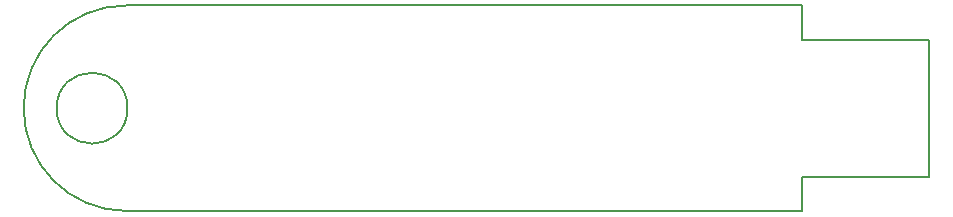
<source format=gm1>
G04 #@! TF.FileFunction,Profile,NP*
%FSLAX46Y46*%
G04 Gerber Fmt 4.6, Leading zero omitted, Abs format (unit mm)*
G04 Created by KiCad (PCBNEW 4.0.0-rc1-stable) date 18.12.2015 2:10:39*
%MOMM*%
G01*
G04 APERTURE LIST*
%ADD10C,0.100000*%
%ADD11C,0.150000*%
G04 APERTURE END LIST*
D10*
D11*
X119500000Y-118500000D02*
G75*
G03X119500000Y-118500000I-3000000J0D01*
G01*
X119400000Y-109800000D02*
G75*
G03X110700000Y-118500000I0J-8700000D01*
G01*
X110700000Y-118500000D02*
G75*
G03X119400000Y-127200000I8700000J0D01*
G01*
X176600000Y-127200000D02*
X119400000Y-127200000D01*
X176600000Y-124300000D02*
X176600000Y-127200000D01*
X187400000Y-124300000D02*
X176600000Y-124300000D01*
X187400000Y-112700000D02*
X187400000Y-124300000D01*
X176600000Y-112700000D02*
X187400000Y-112700000D01*
X176600000Y-109800000D02*
X176600000Y-112700000D01*
X176400000Y-109800000D02*
X176600000Y-109800000D01*
X176400000Y-109800000D02*
X119400000Y-109800000D01*
M02*

</source>
